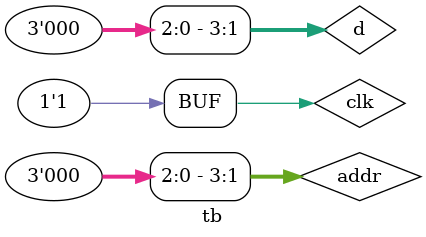
<source format=v>
module tb();
  reg [3:0]d,addr;
  reg clk,we;
  wire [3:0]q;
  
  mem u0(d,clk,addr,we,q);
  
  always
  begin
    clk=0;
    #5
    clk=1;
    #5;
  end
  
  always
  begin
    d=$random;
    addr=$random;
    we=$random;
    #10;
  end
  
endmodule
</source>
